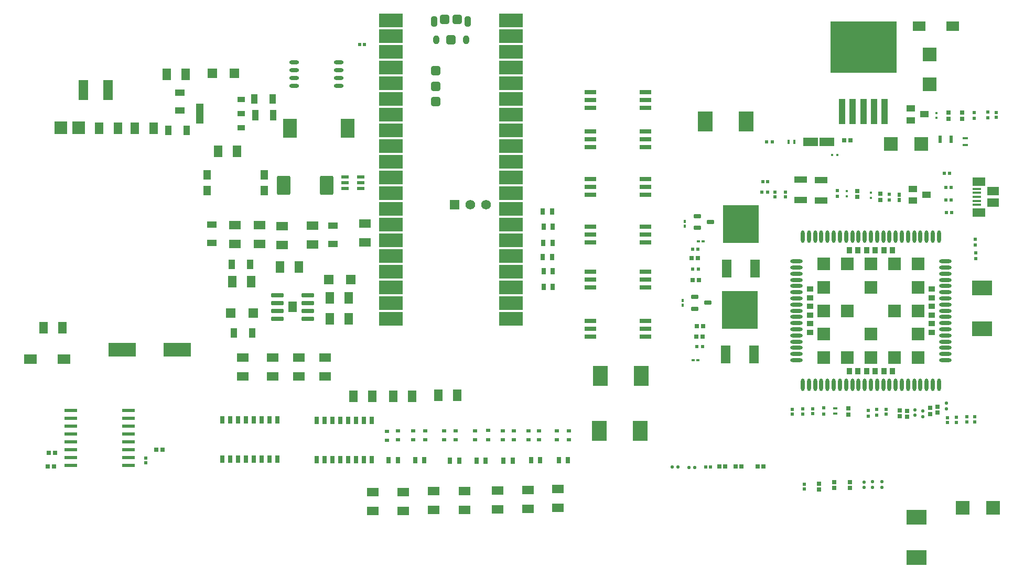
<source format=gbr>
G04*
G04 #@! TF.GenerationSoftware,Altium Limited,Altium Designer,24.9.1 (31)*
G04*
G04 Layer_Color=8421504*
%FSLAX44Y44*%
%MOMM*%
G71*
G04*
G04 #@! TF.SameCoordinates,58564934-83CB-4443-A129-65336E2EC8F8*
G04*
G04*
G04 #@! TF.FilePolarity,Positive*
G04*
G01*
G75*
%ADD18R,0.6000X1.2500*%
G04:AMPARAMS|DCode=19|XSize=0.5mm|YSize=0.5mm|CornerRadius=0.0625mm|HoleSize=0mm|Usage=FLASHONLY|Rotation=90.000|XOffset=0mm|YOffset=0mm|HoleType=Round|Shape=RoundedRectangle|*
%AMROUNDEDRECTD19*
21,1,0.5000,0.3750,0,0,90.0*
21,1,0.3750,0.5000,0,0,90.0*
1,1,0.1250,0.1875,0.1875*
1,1,0.1250,0.1875,-0.1875*
1,1,0.1250,-0.1875,-0.1875*
1,1,0.1250,-0.1875,0.1875*
%
%ADD19ROUNDEDRECTD19*%
%ADD20R,1.9000X1.3750*%
%ADD21R,1.3800X0.4500*%
%ADD22R,2.1000X1.4000*%
G04:AMPARAMS|DCode=23|XSize=1.5mm|YSize=1.5mm|CornerRadius=0.3mm|HoleSize=0mm|Usage=FLASHONLY|Rotation=0.000|XOffset=0mm|YOffset=0mm|HoleType=Round|Shape=RoundedRectangle|*
%AMROUNDEDRECTD23*
21,1,1.5000,0.9000,0,0,0.0*
21,1,0.9000,1.5000,0,0,0.0*
1,1,0.6000,0.4500,-0.4500*
1,1,0.6000,-0.4500,-0.4500*
1,1,0.6000,-0.4500,0.4500*
1,1,0.6000,0.4500,0.4500*
%
%ADD23ROUNDEDRECTD23*%
%ADD24O,1.1000X1.8000*%
%ADD25O,1.0500X1.4500*%
%ADD26C,1.5748*%
%ADD27R,1.5748X1.5748*%
%ADD28R,0.5500X0.5500*%
%ADD29R,2.3500X1.3500*%
%ADD30R,0.4500X0.6750*%
G04:AMPARAMS|DCode=31|XSize=0.55mm|YSize=0.5mm|CornerRadius=0.0625mm|HoleSize=0mm|Usage=FLASHONLY|Rotation=270.000|XOffset=0mm|YOffset=0mm|HoleType=Round|Shape=RoundedRectangle|*
%AMROUNDEDRECTD31*
21,1,0.5500,0.3750,0,0,270.0*
21,1,0.4250,0.5000,0,0,270.0*
1,1,0.1250,-0.1875,-0.2125*
1,1,0.1250,-0.1875,0.2125*
1,1,0.1250,0.1875,0.2125*
1,1,0.1250,0.1875,-0.2125*
%
%ADD31ROUNDEDRECTD31*%
%ADD32R,0.7200X0.7600*%
%ADD33R,0.5200X0.5600*%
%ADD34R,2.0500X1.1000*%
%ADD35R,0.7811X0.7121*%
G04:AMPARAMS|DCode=36|XSize=0.4mm|YSize=0.9mm|CornerRadius=0.05mm|HoleSize=0mm|Usage=FLASHONLY|Rotation=270.000|XOffset=0mm|YOffset=0mm|HoleType=Round|Shape=RoundedRectangle|*
%AMROUNDEDRECTD36*
21,1,0.4000,0.8000,0,0,270.0*
21,1,0.3000,0.9000,0,0,270.0*
1,1,0.1000,-0.4000,-0.1500*
1,1,0.1000,-0.4000,0.1500*
1,1,0.1000,0.4000,0.1500*
1,1,0.1000,0.4000,-0.1500*
%
%ADD36ROUNDEDRECTD36*%
%ADD37R,0.6500X0.3500*%
%ADD38R,1.6000X3.0000*%
%ADD39R,5.8000X6.2000*%
G04:AMPARAMS|DCode=40|XSize=1.23mm|YSize=0.6mm|CornerRadius=0.075mm|HoleSize=0mm|Usage=FLASHONLY|Rotation=0.000|XOffset=0mm|YOffset=0mm|HoleType=Round|Shape=RoundedRectangle|*
%AMROUNDEDRECTD40*
21,1,1.2300,0.4500,0,0,0.0*
21,1,1.0800,0.6000,0,0,0.0*
1,1,0.1500,0.5400,-0.2250*
1,1,0.1500,-0.5400,-0.2250*
1,1,0.1500,-0.5400,0.2250*
1,1,0.1500,0.5400,0.2250*
%
%ADD40ROUNDEDRECTD40*%
%ADD41R,0.6500X0.6500*%
%ADD42R,0.4500X0.4500*%
%ADD43R,0.8000X1.0000*%
%ADD44R,0.4500X0.5000*%
G04:AMPARAMS|DCode=45|XSize=1.97mm|YSize=0.6mm|CornerRadius=0.075mm|HoleSize=0mm|Usage=FLASHONLY|Rotation=180.000|XOffset=0mm|YOffset=0mm|HoleType=Round|Shape=RoundedRectangle|*
%AMROUNDEDRECTD45*
21,1,1.9700,0.4500,0,0,180.0*
21,1,1.8200,0.6000,0,0,180.0*
1,1,0.1500,-0.9100,0.2250*
1,1,0.1500,0.9100,0.2250*
1,1,0.1500,0.9100,-0.2250*
1,1,0.1500,-0.9100,-0.2250*
%
%ADD45ROUNDEDRECTD45*%
G04:AMPARAMS|DCode=46|XSize=2.05mm|YSize=0.59mm|CornerRadius=0.0738mm|HoleSize=0mm|Usage=FLASHONLY|Rotation=180.000|XOffset=0mm|YOffset=0mm|HoleType=Round|Shape=RoundedRectangle|*
%AMROUNDEDRECTD46*
21,1,2.0500,0.4425,0,0,180.0*
21,1,1.9025,0.5900,0,0,180.0*
1,1,0.1475,-0.9513,0.2213*
1,1,0.1475,0.9513,0.2213*
1,1,0.1475,0.9513,-0.2213*
1,1,0.1475,-0.9513,-0.2213*
%
%ADD46ROUNDEDRECTD46*%
%ADD47O,2.0000X0.6000*%
%ADD48O,0.6000X2.0000*%
%ADD49R,2.1000X2.1000*%
%ADD50R,1.1000X0.9000*%
%ADD51R,0.9000X1.1000*%
%ADD52R,0.8000X1.2000*%
%ADD53R,1.5000X1.6000*%
%ADD54R,1.0410X4.0390*%
%ADD55R,10.7440X8.3060*%
%ADD56R,1.1300X1.7700*%
%ADD57R,1.8500X0.6500*%
%ADD58R,4.4000X2.2000*%
%ADD59R,2.1000X2.0000*%
%ADD60R,1.5000X3.3000*%
%ADD61R,1.2000X0.6000*%
%ADD62R,1.6000X1.0500*%
%ADD63R,2.2000X3.0500*%
%ADD64R,1.3000X1.5000*%
%ADD65R,1.3500X1.8500*%
G04:AMPARAMS|DCode=66|XSize=3.12mm|YSize=2.18mm|CornerRadius=0.2507mm|HoleSize=0mm|Usage=FLASHONLY|Rotation=90.000|XOffset=0mm|YOffset=0mm|HoleType=Round|Shape=RoundedRectangle|*
%AMROUNDEDRECTD66*
21,1,3.1200,1.6786,0,0,90.0*
21,1,2.6186,2.1800,0,0,90.0*
1,1,0.5014,0.8393,1.3093*
1,1,0.5014,0.8393,-1.3093*
1,1,0.5014,-0.8393,-1.3093*
1,1,0.5014,-0.8393,1.3093*
%
%ADD66ROUNDEDRECTD66*%
%ADD67R,0.8000X0.6000*%
%ADD68R,0.6500X0.7000*%
%ADD69R,1.3000X0.9500*%
%ADD70R,1.3000X3.2500*%
G04:AMPARAMS|DCode=71|XSize=0.55mm|YSize=0.5mm|CornerRadius=0.0625mm|HoleSize=0mm|Usage=FLASHONLY|Rotation=180.000|XOffset=0mm|YOffset=0mm|HoleType=Round|Shape=RoundedRectangle|*
%AMROUNDEDRECTD71*
21,1,0.5500,0.3750,0,0,180.0*
21,1,0.4250,0.5000,0,0,180.0*
1,1,0.1250,-0.2125,0.1875*
1,1,0.1250,0.2125,0.1875*
1,1,0.1250,0.2125,-0.1875*
1,1,0.1250,-0.2125,-0.1875*
%
%ADD71ROUNDEDRECTD71*%
%ADD72R,2.1600X2.2600*%
%ADD73R,0.5000X0.7000*%
%ADD74R,3.3000X2.4000*%
%ADD75R,1.4000X1.0000*%
%ADD76R,0.6725X0.6682*%
%ADD77R,0.5000X0.4750*%
%ADD78R,0.4500X0.4500*%
%ADD79R,0.5500X0.6000*%
%ADD80R,0.4725X0.4682*%
%ADD81O,1.6000X0.6000*%
%ADD82R,2.0000X1.6000*%
G04:AMPARAMS|DCode=83|XSize=0.5mm|YSize=0.5mm|CornerRadius=0.0625mm|HoleSize=0mm|Usage=FLASHONLY|Rotation=180.000|XOffset=0mm|YOffset=0mm|HoleType=Round|Shape=RoundedRectangle|*
%AMROUNDEDRECTD83*
21,1,0.5000,0.3750,0,0,180.0*
21,1,0.3750,0.5000,0,0,180.0*
1,1,0.1250,-0.1875,0.1875*
1,1,0.1250,0.1875,0.1875*
1,1,0.1250,0.1875,-0.1875*
1,1,0.1250,-0.1875,-0.1875*
%
%ADD83ROUNDEDRECTD83*%
%ADD84R,0.5200X0.5200*%
%ADD85R,2.2600X2.1600*%
%ADD86R,0.6000X0.5500*%
%ADD87R,0.6500X0.6500*%
%ADD88R,0.5600X0.5200*%
%ADD89R,2.4000X3.3000*%
%ADD90R,0.5500X0.5500*%
%ADD91R,0.5000X0.4500*%
%ADD92R,1.8500X1.3500*%
%ADD93R,1.0500X1.6000*%
%ADD94R,0.5200X0.5200*%
%ADD95R,0.7121X0.7811*%
G36*
X830522Y953288D02*
X792522D01*
Y975288D01*
X830522D01*
Y953288D01*
D02*
G37*
G36*
X636722D02*
X598722D01*
Y975288D01*
X636722D01*
Y953288D01*
D02*
G37*
G36*
X830522Y927888D02*
X792522D01*
Y949888D01*
X830522D01*
Y927888D01*
D02*
G37*
G36*
X636722D02*
X598722D01*
Y949888D01*
X636722D01*
Y927888D01*
D02*
G37*
G36*
X830522Y902488D02*
X792522D01*
Y924488D01*
X830522D01*
Y902488D01*
D02*
G37*
G36*
X636722D02*
X598722D01*
Y924488D01*
X636722D01*
Y902488D01*
D02*
G37*
G36*
X830522Y877088D02*
X792522D01*
Y899088D01*
X830522D01*
Y877088D01*
D02*
G37*
G36*
X636722D02*
X598722D01*
Y899088D01*
X636722D01*
Y877088D01*
D02*
G37*
G36*
X830522Y851688D02*
X792522D01*
Y873688D01*
X830522D01*
Y851688D01*
D02*
G37*
G36*
X636722D02*
X598722D01*
Y873688D01*
X636722D01*
Y851688D01*
D02*
G37*
G36*
X830522Y826288D02*
X792522D01*
Y848288D01*
X830522D01*
Y826288D01*
D02*
G37*
G36*
X636722D02*
X598722D01*
Y848288D01*
X636722D01*
Y826288D01*
D02*
G37*
G36*
X830522Y800888D02*
X792522D01*
Y822888D01*
X830522D01*
Y800888D01*
D02*
G37*
G36*
X636722D02*
X598722D01*
Y822888D01*
X636722D01*
Y800888D01*
D02*
G37*
G36*
X830522Y775488D02*
X792522D01*
Y797488D01*
X830522D01*
Y775488D01*
D02*
G37*
G36*
X636722D02*
X598722D01*
Y797488D01*
X636722D01*
Y775488D01*
D02*
G37*
G36*
X830522Y750088D02*
X792522D01*
Y772088D01*
X830522D01*
Y750088D01*
D02*
G37*
G36*
X636722D02*
X598722D01*
Y772088D01*
X636722D01*
Y750088D01*
D02*
G37*
G36*
X830522Y724688D02*
X792522D01*
Y746688D01*
X830522D01*
Y724688D01*
D02*
G37*
G36*
X636722D02*
X598722D01*
Y746688D01*
X636722D01*
Y724688D01*
D02*
G37*
G36*
X830522Y699288D02*
X792522D01*
Y721288D01*
X830522D01*
Y699288D01*
D02*
G37*
G36*
X636722D02*
X598722D01*
Y721288D01*
X636722D01*
Y699288D01*
D02*
G37*
G36*
X830522Y673888D02*
X792522D01*
Y695888D01*
X830522D01*
Y673888D01*
D02*
G37*
G36*
X636722D02*
X598722D01*
Y695888D01*
X636722D01*
Y673888D01*
D02*
G37*
G36*
X830522Y648488D02*
X792522D01*
Y670488D01*
X830522D01*
Y648488D01*
D02*
G37*
G36*
X636722D02*
X598722D01*
Y670488D01*
X636722D01*
Y648488D01*
D02*
G37*
G36*
X830522Y623088D02*
X792522D01*
Y645088D01*
X830522D01*
Y623088D01*
D02*
G37*
G36*
X636722D02*
X598722D01*
Y645088D01*
X636722D01*
Y623088D01*
D02*
G37*
G36*
X830522Y597688D02*
X792522D01*
Y619688D01*
X830522D01*
Y597688D01*
D02*
G37*
G36*
X636722D02*
X598722D01*
Y619688D01*
X636722D01*
Y597688D01*
D02*
G37*
G36*
X830522Y572288D02*
X792522D01*
Y594288D01*
X830522D01*
Y572288D01*
D02*
G37*
G36*
X636722D02*
X598722D01*
Y594288D01*
X636722D01*
Y572288D01*
D02*
G37*
G36*
X830522Y546888D02*
X792522D01*
Y568888D01*
X830522D01*
Y546888D01*
D02*
G37*
G36*
X636722D02*
X598722D01*
Y568888D01*
X636722D01*
Y546888D01*
D02*
G37*
G36*
X830522Y521488D02*
X792522D01*
Y543488D01*
X830522D01*
Y521488D01*
D02*
G37*
G36*
X636722D02*
X598722D01*
Y543488D01*
X636722D01*
Y521488D01*
D02*
G37*
G36*
X830522Y496088D02*
X792522D01*
Y518088D01*
X830522D01*
Y496088D01*
D02*
G37*
G36*
X636722D02*
X598722D01*
Y518088D01*
X636722D01*
Y496088D01*
D02*
G37*
G36*
X465286Y492942D02*
X452386D01*
Y509342D01*
X465286D01*
Y492942D01*
D02*
G37*
G36*
X830522Y470688D02*
X792522D01*
Y492688D01*
X830522D01*
Y470688D01*
D02*
G37*
G36*
X636722D02*
X598722D01*
Y492688D01*
X636722D01*
Y470688D01*
D02*
G37*
D18*
X1504586Y772414D02*
D03*
X1522586Y772414D02*
D03*
D19*
X1515013Y345274D02*
D03*
Y336274D02*
D03*
X1463548Y325745D02*
D03*
Y334744D02*
D03*
X1476248Y323740D02*
D03*
Y332740D02*
D03*
X1381252Y208860D02*
D03*
Y217860D02*
D03*
X1395476Y209114D02*
D03*
Y218114D02*
D03*
X1410208Y209296D02*
D03*
Y218296D02*
D03*
D20*
X1590040Y688340D02*
D03*
Y669590D02*
D03*
D21*
X1563440Y691965D02*
D03*
Y665965D02*
D03*
Y685465D02*
D03*
Y672465D02*
D03*
Y678965D02*
D03*
D22*
X1567040Y703965D02*
D03*
Y653965D02*
D03*
D23*
X704622Y965988D02*
D03*
X724622D02*
D03*
X714622Y932988D02*
D03*
X689622Y882988D02*
D03*
Y857988D02*
D03*
Y832988D02*
D03*
D24*
X687372Y962988D02*
D03*
X741872D02*
D03*
D25*
X690372Y932688D02*
D03*
X738872D02*
D03*
D26*
X745863Y665988D02*
D03*
X771263D02*
D03*
D27*
X720463D02*
D03*
D28*
X1559560Y815131D02*
D03*
Y806131D02*
D03*
X1562056Y588192D02*
D03*
Y579192D02*
D03*
X1561548Y601472D02*
D03*
Y610472D02*
D03*
D29*
X1294953Y768096D02*
D03*
X1321453D02*
D03*
D30*
X1259533Y767588D02*
D03*
X1268783D02*
D03*
D31*
X1120576Y436880D02*
D03*
X1111576D02*
D03*
X1225986Y686308D02*
D03*
X1216986D02*
D03*
X1104464Y594614D02*
D03*
X1113464D02*
D03*
X1113718Y562102D02*
D03*
X1104718D02*
D03*
D32*
X1356614Y336922D02*
D03*
Y327122D02*
D03*
D33*
X1255014Y686288D02*
D03*
Y678688D02*
D03*
X1265936Y335050D02*
D03*
Y327450D02*
D03*
X1417320Y327416D02*
D03*
Y335016D02*
D03*
X1285030Y206646D02*
D03*
Y214246D02*
D03*
X1298448Y328178D02*
D03*
Y335778D02*
D03*
X1237996Y678698D02*
D03*
Y686298D02*
D03*
X1595106Y807516D02*
D03*
Y815116D02*
D03*
D34*
X1279398Y673872D02*
D03*
Y706872D02*
D03*
X1312418Y706364D02*
D03*
Y673364D02*
D03*
D35*
X1157182Y242614D02*
D03*
X1147872D02*
D03*
X1174242D02*
D03*
X1183553D02*
D03*
X1219367Y242868D02*
D03*
X1210056D02*
D03*
D36*
X1544828Y774104D02*
D03*
Y763104D02*
D03*
D37*
X1335278Y328788D02*
D03*
Y337288D02*
D03*
D38*
X1158454Y424570D02*
D03*
X1204254D02*
D03*
X1159470Y563000D02*
D03*
X1205270D02*
D03*
D39*
X1181354Y496570D02*
D03*
X1182370Y635000D02*
D03*
D40*
X1112334Y629056D02*
D03*
Y648056D02*
D03*
X1133534Y638556D02*
D03*
X1108524Y517246D02*
D03*
X1129724Y507746D02*
D03*
X1108524Y498246D02*
D03*
D41*
X1359836Y770128D02*
D03*
X1349836D02*
D03*
X238666Y270256D02*
D03*
X248666D02*
D03*
X1121076Y453390D02*
D03*
X1111076D02*
D03*
X1121838Y469646D02*
D03*
X1111838D02*
D03*
X1113028Y579628D02*
D03*
X1103028D02*
D03*
X1114726Y544068D02*
D03*
X1104726D02*
D03*
X65104Y264668D02*
D03*
X75104D02*
D03*
X73834Y242824D02*
D03*
X63834D02*
D03*
D42*
X1338301Y747014D02*
D03*
X1330301D02*
D03*
D43*
X878974Y533654D02*
D03*
X863974D02*
D03*
X903492Y253492D02*
D03*
X888492D02*
D03*
X878974Y558546D02*
D03*
X863974D02*
D03*
X877958Y581914D02*
D03*
X862958D02*
D03*
X878466Y604520D02*
D03*
X863466D02*
D03*
X878974Y631190D02*
D03*
X863974D02*
D03*
X877704Y655066D02*
D03*
X862704D02*
D03*
X843788Y253492D02*
D03*
X858788D02*
D03*
X799084Y251968D02*
D03*
X814084D02*
D03*
X755770Y252730D02*
D03*
X770770D02*
D03*
X712844Y252222D02*
D03*
X727844D02*
D03*
X656710Y253492D02*
D03*
X671710D02*
D03*
X613904Y253238D02*
D03*
X628904D02*
D03*
D44*
X1092454Y631758D02*
D03*
Y639258D02*
D03*
X1088644Y510988D02*
D03*
Y503488D02*
D03*
D45*
X483586Y482092D02*
D03*
Y494792D02*
D03*
Y507492D02*
D03*
Y520192D02*
D03*
X434086D02*
D03*
Y507492D02*
D03*
Y494792D02*
D03*
Y482092D02*
D03*
D46*
X193870Y244705D02*
D03*
Y257405D02*
D03*
Y270105D02*
D03*
Y282805D02*
D03*
Y295505D02*
D03*
Y308205D02*
D03*
Y320905D02*
D03*
Y333605D02*
D03*
X100770D02*
D03*
Y320905D02*
D03*
Y308205D02*
D03*
Y295505D02*
D03*
Y282805D02*
D03*
Y270105D02*
D03*
Y257405D02*
D03*
Y244705D02*
D03*
D47*
X1272628Y574792D02*
D03*
Y564792D02*
D03*
Y554792D02*
D03*
Y544792D02*
D03*
Y534792D02*
D03*
Y524792D02*
D03*
Y514792D02*
D03*
Y504792D02*
D03*
Y494792D02*
D03*
Y484792D02*
D03*
Y474792D02*
D03*
Y464792D02*
D03*
Y454792D02*
D03*
Y444792D02*
D03*
Y434792D02*
D03*
Y424792D02*
D03*
Y414792D02*
D03*
X1512628D02*
D03*
Y424792D02*
D03*
Y434792D02*
D03*
Y444792D02*
D03*
Y454792D02*
D03*
Y464792D02*
D03*
Y474792D02*
D03*
Y484792D02*
D03*
Y494792D02*
D03*
Y504792D02*
D03*
Y514792D02*
D03*
Y524792D02*
D03*
Y534792D02*
D03*
Y544792D02*
D03*
Y554792D02*
D03*
Y564792D02*
D03*
Y574792D02*
D03*
D48*
X1312628Y374792D02*
D03*
X1322628D02*
D03*
X1332628D02*
D03*
X1342628D02*
D03*
X1352628D02*
D03*
X1362628D02*
D03*
X1372628D02*
D03*
X1382628D02*
D03*
X1392628D02*
D03*
X1402628D02*
D03*
X1412628D02*
D03*
X1422628D02*
D03*
X1432628D02*
D03*
X1442628D02*
D03*
X1452628D02*
D03*
X1462628D02*
D03*
X1472628D02*
D03*
Y614792D02*
D03*
X1462628D02*
D03*
X1452628D02*
D03*
X1442628D02*
D03*
X1432628D02*
D03*
X1422628D02*
D03*
X1412628D02*
D03*
X1402628D02*
D03*
X1392628D02*
D03*
X1382628D02*
D03*
X1372628D02*
D03*
X1362628D02*
D03*
X1352628D02*
D03*
X1342628D02*
D03*
X1332628D02*
D03*
X1322628D02*
D03*
X1312628D02*
D03*
X1282628Y374792D02*
D03*
X1292628D02*
D03*
X1302628D02*
D03*
X1482628D02*
D03*
X1492628D02*
D03*
X1502628D02*
D03*
Y614792D02*
D03*
X1492628D02*
D03*
X1482628D02*
D03*
X1302628D02*
D03*
X1292628D02*
D03*
X1282628D02*
D03*
D49*
X1316628Y570792D02*
D03*
Y532792D02*
D03*
Y494792D02*
D03*
Y456792D02*
D03*
Y418792D02*
D03*
X1354628D02*
D03*
X1392628D02*
D03*
X1430628D02*
D03*
X1468628D02*
D03*
Y456792D02*
D03*
Y494792D02*
D03*
Y532792D02*
D03*
Y570792D02*
D03*
X1430628D02*
D03*
X1392628D02*
D03*
X1354628D02*
D03*
Y494792D02*
D03*
X1392628Y456792D02*
D03*
X1430628Y494792D02*
D03*
X1392628Y532792D02*
D03*
D50*
X1294628Y529792D02*
D03*
Y515792D02*
D03*
Y501792D02*
D03*
Y487792D02*
D03*
Y473792D02*
D03*
Y459792D02*
D03*
X1490628D02*
D03*
Y473792D02*
D03*
Y487792D02*
D03*
Y501792D02*
D03*
Y515792D02*
D03*
Y529792D02*
D03*
D51*
X1357628Y396792D02*
D03*
X1371628D02*
D03*
X1385628D02*
D03*
X1399628D02*
D03*
X1413628D02*
D03*
X1427628D02*
D03*
Y592792D02*
D03*
X1413628D02*
D03*
X1399628D02*
D03*
X1385628D02*
D03*
X1371628D02*
D03*
X1357628D02*
D03*
D52*
X345186Y255012D02*
D03*
X357886D02*
D03*
X370586D02*
D03*
X383286D02*
D03*
X395986D02*
D03*
X408686D02*
D03*
X421386D02*
D03*
X434086D02*
D03*
Y318012D02*
D03*
X421386D02*
D03*
X408686D02*
D03*
X395986D02*
D03*
X383286D02*
D03*
X370586D02*
D03*
X357886D02*
D03*
X345186D02*
D03*
X497586Y254250D02*
D03*
X510286D02*
D03*
X522986D02*
D03*
X535686D02*
D03*
X548386D02*
D03*
X561086D02*
D03*
X573786D02*
D03*
X586486D02*
D03*
Y317250D02*
D03*
X573786D02*
D03*
X561086D02*
D03*
X548386D02*
D03*
X535686D02*
D03*
X522986D02*
D03*
X510286D02*
D03*
X497586D02*
D03*
D53*
X395190Y490982D02*
D03*
X359190D02*
D03*
X329218Y878840D02*
D03*
X365218D02*
D03*
X553178Y545592D02*
D03*
X517178D02*
D03*
D54*
X1346450Y816864D02*
D03*
X1363470D02*
D03*
X1380490D02*
D03*
X1397510D02*
D03*
X1414530D02*
D03*
D55*
X1380490Y921384D02*
D03*
D56*
X398304Y810768D02*
D03*
X427704D02*
D03*
D57*
X1028750Y478282D02*
D03*
Y465582D02*
D03*
Y452882D02*
D03*
X939750Y465582D02*
D03*
Y478282D02*
D03*
Y452882D02*
D03*
X1028750Y848106D02*
D03*
Y835406D02*
D03*
Y822706D02*
D03*
X939750Y835406D02*
D03*
Y848106D02*
D03*
Y822706D02*
D03*
Y532638D02*
D03*
Y558038D02*
D03*
Y545338D02*
D03*
X1028750Y532638D02*
D03*
Y545338D02*
D03*
Y558038D02*
D03*
Y631190D02*
D03*
Y618490D02*
D03*
Y605790D02*
D03*
X939750Y618490D02*
D03*
Y631190D02*
D03*
Y605790D02*
D03*
Y682752D02*
D03*
Y708152D02*
D03*
Y695452D02*
D03*
X1028750Y682752D02*
D03*
Y695452D02*
D03*
Y708152D02*
D03*
X939750Y759460D02*
D03*
Y784860D02*
D03*
Y772160D02*
D03*
X1028750Y759460D02*
D03*
Y772160D02*
D03*
Y784860D02*
D03*
D58*
X183288Y431800D02*
D03*
X272288D02*
D03*
D59*
X113560Y790956D02*
D03*
X84560D02*
D03*
D60*
X161158Y851408D02*
D03*
X121158D02*
D03*
D61*
X568760Y711302D02*
D03*
Y701802D02*
D03*
Y692302D02*
D03*
X543760D02*
D03*
Y701802D02*
D03*
Y711302D02*
D03*
D62*
X328676Y604248D02*
D03*
Y633748D02*
D03*
X523748Y632732D02*
D03*
Y603232D02*
D03*
X276860Y847870D02*
D03*
Y818370D02*
D03*
D63*
X547642Y789940D02*
D03*
X454642D02*
D03*
D64*
X413030Y714502D02*
D03*
Y689102D02*
D03*
X321030D02*
D03*
Y714502D02*
D03*
D65*
X368818Y752602D02*
D03*
X338318D02*
D03*
X694172Y358140D02*
D03*
X724672D02*
D03*
X651774Y356362D02*
D03*
X621274D02*
D03*
X557012D02*
D03*
X587512D02*
D03*
X234452Y789686D02*
D03*
X203952D02*
D03*
X56378Y467360D02*
D03*
X86878D02*
D03*
X146294Y790194D02*
D03*
X176794D02*
D03*
X286268Y877570D02*
D03*
X255768D02*
D03*
X361432Y542036D02*
D03*
X391932D02*
D03*
X468884Y565404D02*
D03*
X438384D02*
D03*
X549412Y481838D02*
D03*
X518912D02*
D03*
X518658Y515366D02*
D03*
X549158D02*
D03*
D66*
X444222Y697738D02*
D03*
X513923D02*
D03*
D67*
X885190Y300366D02*
D03*
Y285866D02*
D03*
X904748Y300620D02*
D03*
Y286120D02*
D03*
X628650Y300366D02*
D03*
Y285866D02*
D03*
X672592Y300620D02*
D03*
Y286120D02*
D03*
X721868Y286374D02*
D03*
Y300874D02*
D03*
X774192Y301012D02*
D03*
Y286512D02*
D03*
X816102Y300620D02*
D03*
Y286120D02*
D03*
X856996Y300620D02*
D03*
Y286120D02*
D03*
X611124Y300112D02*
D03*
Y285612D02*
D03*
X653542Y300758D02*
D03*
Y286258D02*
D03*
X703580Y300620D02*
D03*
Y286120D02*
D03*
X753364Y300620D02*
D03*
Y286120D02*
D03*
X798576Y300620D02*
D03*
Y286120D02*
D03*
X839724Y300874D02*
D03*
Y286374D02*
D03*
D68*
X1309160Y215240D02*
D03*
Y205740D02*
D03*
X1407922Y683692D02*
D03*
Y674192D02*
D03*
X1500009Y339807D02*
D03*
Y330307D02*
D03*
X1487932Y327914D02*
D03*
Y337414D02*
D03*
X1451102Y323164D02*
D03*
Y332664D02*
D03*
X1358436Y217736D02*
D03*
Y208236D02*
D03*
X1333290Y217780D02*
D03*
Y208280D02*
D03*
X1517904Y815051D02*
D03*
Y805551D02*
D03*
D69*
X375638Y790916D02*
D03*
Y813816D02*
D03*
Y836716D02*
D03*
D70*
X308638Y813816D02*
D03*
D71*
X1530902Y322874D02*
D03*
Y313874D02*
D03*
X1560406Y323708D02*
D03*
Y314708D02*
D03*
X1547960Y323636D02*
D03*
Y314636D02*
D03*
X1581404Y806893D02*
D03*
Y815893D02*
D03*
X1401826Y335390D02*
D03*
Y326390D02*
D03*
X1388364Y333430D02*
D03*
Y324430D02*
D03*
X1338580Y680030D02*
D03*
Y689030D02*
D03*
D72*
X1540532Y176276D02*
D03*
X1589532D02*
D03*
X1473824Y764540D02*
D03*
X1424824D02*
D03*
D73*
X1438402Y673680D02*
D03*
Y682680D02*
D03*
D74*
X1466342Y161270D02*
D03*
Y95270D02*
D03*
X1571752Y531348D02*
D03*
Y465348D02*
D03*
D75*
X1482246Y682650D02*
D03*
X1460246Y673150D02*
D03*
Y692150D02*
D03*
X1456866Y822046D02*
D03*
Y803046D02*
D03*
X1478866Y812546D02*
D03*
D76*
X1539748Y815594D02*
D03*
Y805551D02*
D03*
D77*
X1316228Y337612D02*
D03*
Y327360D02*
D03*
D78*
X1354074Y688212D02*
D03*
Y680212D02*
D03*
X1392632Y677596D02*
D03*
Y685596D02*
D03*
X1498092Y814631D02*
D03*
Y806631D02*
D03*
D79*
X1422146Y682870D02*
D03*
Y674370D02*
D03*
X1282192Y336272D02*
D03*
Y327772D02*
D03*
D80*
X1515872Y322029D02*
D03*
Y313986D02*
D03*
D81*
X461332Y896620D02*
D03*
Y883920D02*
D03*
Y871220D02*
D03*
Y858520D02*
D03*
X533332D02*
D03*
Y871220D02*
D03*
Y883920D02*
D03*
Y896620D02*
D03*
D82*
X89738Y416560D02*
D03*
X35738D02*
D03*
X1524838Y955040D02*
D03*
X1470838D02*
D03*
D83*
X1072206Y241808D02*
D03*
X1081206D02*
D03*
X1108240Y241703D02*
D03*
X1099240D02*
D03*
D84*
X575183Y925382D02*
D03*
X567183D02*
D03*
D85*
X1487678Y860690D02*
D03*
Y909690D02*
D03*
D86*
X1514670Y653796D02*
D03*
X1523170D02*
D03*
X1519292Y717042D02*
D03*
X1510792D02*
D03*
X1513908Y694436D02*
D03*
X1522408D02*
D03*
X1513908Y674116D02*
D03*
X1522408D02*
D03*
D87*
X1438910Y333930D02*
D03*
Y323930D02*
D03*
D88*
X1125992Y242062D02*
D03*
X1133592D02*
D03*
X1225530Y703834D02*
D03*
X1217930D02*
D03*
D89*
X955568Y389890D02*
D03*
X1021568D02*
D03*
X953790Y300228D02*
D03*
X1019790D02*
D03*
X1125240Y800862D02*
D03*
X1191240D02*
D03*
D90*
X1233606Y767588D02*
D03*
X1224606D02*
D03*
D91*
X1112968Y415036D02*
D03*
X1105468D02*
D03*
X1114164Y606806D02*
D03*
X1121664D02*
D03*
D92*
X405384Y602986D02*
D03*
Y633486D02*
D03*
X490982Y632470D02*
D03*
Y601970D02*
D03*
X441960Y601208D02*
D03*
Y631708D02*
D03*
X887222Y206258D02*
D03*
Y175758D02*
D03*
X838962Y205242D02*
D03*
Y174742D02*
D03*
X790102Y173898D02*
D03*
Y204398D02*
D03*
X511048Y419110D02*
D03*
Y388610D02*
D03*
X468884Y419110D02*
D03*
Y388610D02*
D03*
X736600Y203464D02*
D03*
Y172964D02*
D03*
X686308Y203464D02*
D03*
Y172964D02*
D03*
X637286Y201432D02*
D03*
Y170932D02*
D03*
X588518Y170678D02*
D03*
Y201178D02*
D03*
X426635Y418856D02*
D03*
Y388356D02*
D03*
X378206D02*
D03*
Y418856D02*
D03*
X575818Y605770D02*
D03*
Y636270D02*
D03*
X366014Y633730D02*
D03*
Y603230D02*
D03*
D93*
X288054Y786384D02*
D03*
X258554D02*
D03*
X393464Y459232D02*
D03*
X363964D02*
D03*
X397220Y837438D02*
D03*
X426720D02*
D03*
X390162Y569976D02*
D03*
X360662D02*
D03*
D94*
X221742Y256730D02*
D03*
Y248730D02*
D03*
D95*
X1370838Y687999D02*
D03*
Y678688D02*
D03*
M02*

</source>
